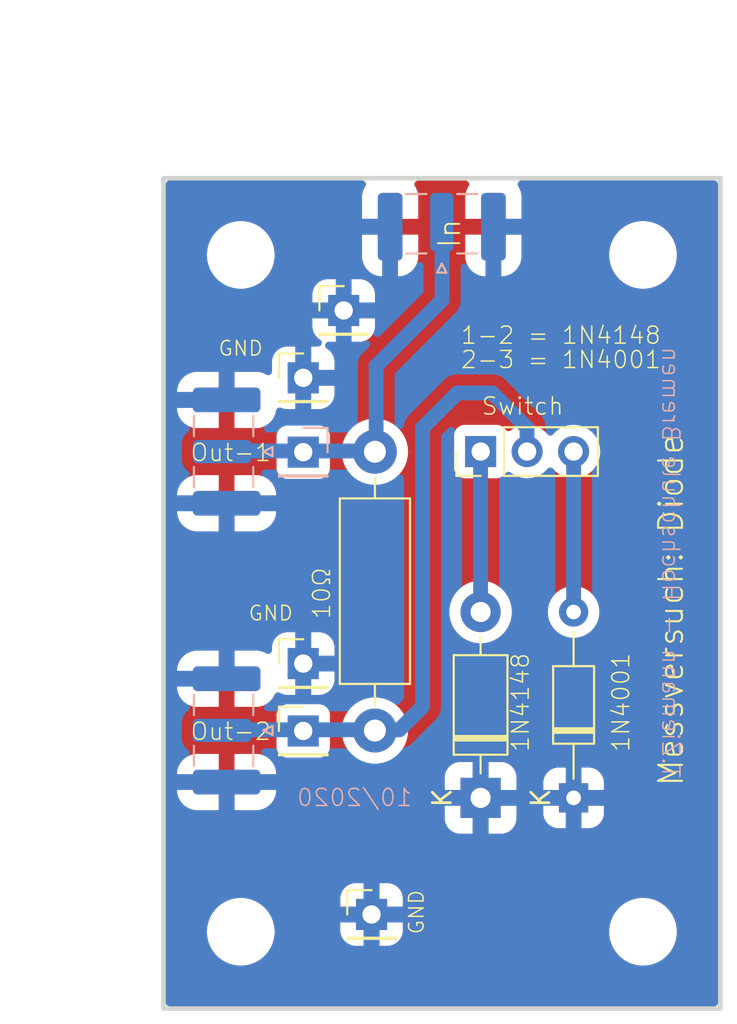
<source format=kicad_pcb>
(kicad_pcb (version 20241229) (generator "pcbnew") (generator_version "9.0")
  (title_block (title "Diode") (date "2024-11-27") (rev "1.1") (company "Hochschule Bremen") (comment 1 "University of applied science"))
  (layers (0 "F.Cu" signal) (2 "B.Cu" signal) (13 "F.Paste" user) (15 "B.Paste" user) (5 "F.SilkS" user "F.Silkscreen") (7 "B.SilkS" user "B.Silkscreen") (1 "F.Mask" user) (3 "B.Mask" user) (25 "Edge.Cuts" user))
  (net 0 "")
  (net 1 "GND")
  (net 2 "Net-(D1-A)")
  (net 3 "Net-(D2-A)")
  (net 4 "/In-1")
  (net 5 "/Out-2")
  (footprint "Diode_THT:D_DO-35_SOD27_P10.16mm_Horizontal" (layer "F.Cu") (at 155.704294 116.179203 90)
    (property "Reference" "D1" (hide yes))
    (property "Value" "1N4148")
    (fp_line (start 7.2 -1.12) (end 2.96 -1.12) (stroke (width 0.12)) (layer "F.SilkS"))
    (fp_line (start 3.8 -1.12) (end 3.8 1.12) (stroke (width 0.12)) (layer "F.SilkS"))
    (fp_line (start 3.68 -1.12) (end 3.68 1.12) (stroke (width 0.12)) (layer "F.SilkS"))
    (fp_line (start 3.56 -1.12) (end 3.56 1.12) (stroke (width 0.12)) (layer "F.SilkS"))
    (fp_line (start 2.96 -1.12) (end 2.96 1.12) (stroke (width 0.12)) (layer "F.SilkS"))
    (fp_line (start 9.12 0) (end 7.2 0) (stroke (width 0.12)) (layer "F.SilkS"))
    (fp_line (start 1.04 0) (end 2.96 0) (stroke (width 0.12)) (layer "F.SilkS"))
    (fp_line (start 7.2 1.12) (end 7.2 -1.12) (stroke (width 0.12)) (layer "F.SilkS"))
    (fp_line (start 2.96 1.12) (end 7.2 1.12) (stroke (width 0.12)) (layer "F.SilkS"))
    (fp_text user "K" (at 0 -1.8 90) (layer "F.SilkS"))
    (pad "1" thru_hole rect (at 0 0 90) (size 1.6 1.6) (drill 0.8) (layers "*.Cu" "*.Mask") (net 1 "GND"))
    (pad "2" thru_hole oval (at 10.16 0 90) (size 1.6 1.6) (drill 0.8) (layers "*.Cu" "*.Mask") (net 2 "Net-(D1-A)"))
  )
  (footprint "Connector_PinHeader_2.54mm:PinHeader_1x01_P2.54mm_Vertical" (layer "F.Cu") (at 140.917357 93.218)
    (property "Reference" "GND3" (hide yes))
    (property "Value" "Conn_01x01_Pin")
    (fp_line (start -1.33 -1.33) (end 0 -1.33) (stroke (width 0.12)) (layer "F.SilkS"))
    (fp_line (start -1.33 0) (end -1.33 -1.33) (stroke (width 0.12)) (layer "F.SilkS"))
    (fp_line (start -1.33 1.27) (end -1.33 1.33) (stroke (width 0.12)) (layer "F.SilkS"))
    (fp_line (start -1.33 1.27) (end 1.33 1.27) (stroke (width 0.12)) (layer "F.SilkS"))
    (fp_line (start -1.33 1.33) (end 1.33 1.33) (stroke (width 0.12)) (layer "F.SilkS"))
    (fp_line (start 1.33 1.27) (end 1.33 1.33) (stroke (width 0.12)) (layer "F.SilkS"))
    (pad "1" thru_hole rect (at 0 0) (size 1.7 1.7) (drill 1) (layers "*.Cu" "*.Mask") (net 1 "GND"))
  )
  (footprint "Resistor_THT:R_Axial_DIN0411_L9.9mm_D3.6mm_P15.24mm_Horizontal" (layer "F.Cu") (at 144.836357 97.26 -90)
    (property "Reference" "R1" (hide yes))
    (property "Value" "10 Ohm")
    (fp_line (start 2.55 1.92) (end 12.69 1.92) (stroke (width 0.12)) (layer "F.SilkS"))
    (fp_line (start 12.69 1.92) (end 12.69 -1.92) (stroke (width 0.12)) (layer "F.SilkS"))
    (fp_line (start 1.44 0) (end 2.55 0) (stroke (width 0.12)) (layer "F.SilkS"))
    (fp_line (start 13.8 0) (end 12.69 0) (stroke (width 0.12)) (layer "F.SilkS"))
    (fp_line (start 2.55 -1.92) (end 2.55 1.92) (stroke (width 0.12)) (layer "F.SilkS"))
    (fp_line (start 12.69 -1.92) (end 2.55 -1.92) (stroke (width 0.12)) (layer "F.SilkS"))
    (pad "1" thru_hole circle (at 0 0 270) (size 2.4 2.4) (drill 1.2) (layers "*.Cu" "*.Mask") (net 4 "/In-1"))
    (pad "2" thru_hole oval (at 15.24 0 270) (size 2.4 2.4) (drill 1.2) (layers "*.Cu" "*.Mask") (net 5 "/Out-2"))
  )
  (footprint "Connector_PinHeader_2.54mm:PinHeader_1x01_P2.54mm_Vertical" (layer "F.Cu") (at 144.653 122.555)
    (property "Reference" "GND4" (hide yes))
    (property "Value" "Conn_01x01_Pin")
    (fp_line (start -1.33 -1.33) (end 0 -1.33) (stroke (width 0.12)) (layer "F.SilkS"))
    (fp_line (start -1.33 0) (end -1.33 -1.33) (stroke (width 0.12)) (layer "F.SilkS"))
    (fp_line (start -1.33 1.27) (end -1.33 1.33) (stroke (width 0.12)) (layer "F.SilkS"))
    (fp_line (start -1.33 1.27) (end 1.33 1.27) (stroke (width 0.12)) (layer "F.SilkS"))
    (fp_line (start -1.33 1.33) (end 1.33 1.33) (stroke (width 0.12)) (layer "F.SilkS"))
    (fp_line (start 1.33 1.27) (end 1.33 1.33) (stroke (width 0.12)) (layer "F.SilkS"))
    (pad "1" thru_hole rect (at 0 0) (size 1.7 1.7) (drill 1) (layers "*.Cu" "*.Mask") (net 1 "GND"))
  )
  (footprint "Connector_PinHeader_2.54mm:PinHeader_1x03_P2.54mm_Vertical" (layer "F.Cu") (at 150.622 97.248164 90)
    (property "Reference" "Jumper1" (hide yes))
    (property "Value" "Jumper_3_Bridged12")
    (fp_line (start -1.33 -1.33) (end 0 -1.33) (stroke (width 0.12)) (layer "F.SilkS"))
    (fp_line (start -1.33 0) (end -1.33 -1.33) (stroke (width 0.12)) (layer "F.SilkS"))
    (fp_line (start 1.33 1.27) (end 1.33 6.41) (stroke (width 0.12)) (layer "F.SilkS"))
    (fp_line (start -1.33 1.27) (end 1.33 1.27) (stroke (width 0.12)) (layer "F.SilkS"))
    (fp_line (start -1.33 1.27) (end -1.33 6.41) (stroke (width 0.12)) (layer "F.SilkS"))
    (fp_line (start -1.33 6.41) (end 1.33 6.41) (stroke (width 0.12)) (layer "F.SilkS"))
    (pad "1" thru_hole rect (at 0 0 90) (size 1.7 1.7) (drill 1) (layers "*.Cu" "*.Mask") (net 3 "Net-(D2-A)"))
    (pad "2" thru_hole oval (at 0 2.54 90) (size 1.7 1.7) (drill 1) (layers "*.Cu" "*.Mask") (net 5 "/Out-2"))
    (pad "3" thru_hole oval (at 0 5.08 90) (size 1.7 1.7) (drill 1) (layers "*.Cu" "*.Mask") (net 2 "Net-(D1-A)"))
  )
  (footprint "Diode_THT:D_DO-41_SOD81_P10.16mm_Horizontal" (layer "F.Cu") (at 150.617056 116.179203 90)
    (property "Reference" "D2" (hide yes))
    (property "Value" "1N4001")
    (fp_line (start 7.8 -1.47) (end 2.36 -1.47) (stroke (width 0.12)) (layer "F.SilkS"))
    (fp_line (start 3.38 -1.47) (end 3.38 1.47) (stroke (width 0.12)) (layer "F.SilkS"))
    (fp_line (start 3.26 -1.47) (end 3.26 1.47) (stroke (width 0.12)) (layer "F.SilkS"))
    (fp_line (start 3.14 -1.47) (end 3.14 1.47) (stroke (width 0.12)) (layer "F.SilkS"))
    (fp_line (start 2.36 -1.47) (end 2.36 1.47) (stroke (width 0.12)) (layer "F.SilkS"))
    (fp_line (start 8.82 0) (end 7.8 0) (stroke (width 0.12)) (layer "F.SilkS"))
    (fp_line (start 1.34 0) (end 2.36 0) (stroke (width 0.12)) (layer "F.SilkS"))
    (fp_line (start 7.8 1.47) (end 7.8 -1.47) (stroke (width 0.12)) (layer "F.SilkS"))
    (fp_line (start 2.36 1.47) (end 7.8 1.47) (stroke (width 0.12)) (layer "F.SilkS"))
    (fp_text user "K" (at 0 -2.1 90) (layer "F.SilkS"))
    (pad "1" thru_hole rect (at 0 0 90) (size 2.2 2.2) (drill 1.1) (layers "*.Cu" "*.Mask") (net 1 "GND"))
    (pad "2" thru_hole oval (at 10.16 0 90) (size 2.2 2.2) (drill 1.1) (layers "*.Cu" "*.Mask") (net 3 "Net-(D2-A)"))
  )
  (footprint "MountingHole:MountingHole_3.2mm_M3" (layer "F.Cu") (at 137.5 86.5)
    (property "Reference" "H1" (hide yes))
    (property "Value" "MountingHole")
    (pad "" np_thru_hole circle (at 0 0) (size 3.2 3.2) (drill 3.2) (layers "*.Cu" "*.Mask"))
  )
  (footprint "Connector_PinHeader_2.54mm:PinHeader_1x01_P2.54mm_Vertical" (layer "F.Cu") (at 143.129 89.535)
    (property "Reference" "GND2" (hide yes))
    (property "Value" "Conn_01x01_Pin")
    (fp_line (start -1.33 -1.33) (end 0 -1.33) (stroke (width 0.12)) (layer "F.SilkS"))
    (fp_line (start -1.33 0) (end -1.33 -1.33) (stroke (width 0.12)) (layer "F.SilkS"))
    (fp_line (start -1.33 1.27) (end -1.33 1.33) (stroke (width 0.12)) (layer "F.SilkS"))
    (fp_line (start -1.33 1.27) (end 1.33 1.27) (stroke (width 0.12)) (layer "F.SilkS"))
    (fp_line (start -1.33 1.33) (end 1.33 1.33) (stroke (width 0.12)) (layer "F.SilkS"))
    (fp_line (start 1.33 1.27) (end 1.33 1.33) (stroke (width 0.12)) (layer "F.SilkS"))
    (pad "1" thru_hole rect (at 0 0) (size 1.7 1.7) (drill 1) (layers "*.Cu" "*.Mask") (net 1 "GND"))
  )
  (footprint "MountingHole:MountingHole_3.2mm_M3" (layer "F.Cu") (at 137.5 123.5)
    (property "Reference" "H3" (hide yes))
    (property "Value" "MountingHole")
    (pad "" np_thru_hole circle (at 0 0) (size 3.2 3.2) (drill 3.2) (layers "*.Cu" "*.Mask"))
  )
  (footprint "MountingHole:MountingHole_3.2mm_M3" (layer "F.Cu") (at 159.5 123.5)
    (property "Reference" "H4" (hide yes))
    (property "Value" "MountingHole")
    (pad "" np_thru_hole circle (at 0 0) (size 3.2 3.2) (drill 3.2) (layers "*.Cu" "*.Mask"))
  )
  (footprint "MountingHole:MountingHole_3.2mm_M3" (layer "F.Cu") (at 159.5 86.5)
    (property "Reference" "H2" (hide yes))
    (property "Value" "MountingHole")
    (pad "" np_thru_hole circle (at 0 0) (size 3.2 3.2) (drill 3.2) (layers "*.Cu" "*.Mask"))
  )
  (footprint "Connector_PinHeader_2.54mm:PinHeader_1x01_P2.54mm_Vertical" (layer "F.Cu") (at 140.917357 112.522)
    (property "Reference" "OUT-3" (hide yes))
    (property "Value" "Conn_01x01_Pin")
    (fp_line (start -1.33 -1.33) (end 0 -1.33) (stroke (width 0.12)) (layer "F.SilkS"))
    (fp_line (start -1.33 0) (end -1.33 -1.33) (stroke (width 0.12)) (layer "F.SilkS"))
    (fp_line (start -1.33 1.27) (end -1.33 1.33) (stroke (width 0.12)) (layer "F.SilkS"))
    (fp_line (start -1.33 1.27) (end 1.33 1.27) (stroke (width 0.12)) (layer "F.SilkS"))
    (fp_line (start -1.33 1.33) (end 1.33 1.33) (stroke (width 0.12)) (layer "F.SilkS"))
    (fp_line (start 1.33 1.27) (end 1.33 1.33) (stroke (width 0.12)) (layer "F.SilkS"))
    (pad "1" thru_hole rect (at 0 0) (size 1.7 1.7) (drill 1) (layers "*.Cu" "*.Mask") (net 5 "/Out-2"))
  )
  (footprint "Connector_PinHeader_2.54mm:PinHeader_1x01_P2.54mm_Vertical" (layer "F.Cu") (at 140.917357 108.839)
    (property "Reference" "GND1" (hide yes))
    (property "Value" "Conn_01x01_Pin")
    (fp_line (start -1.33 -1.33) (end 0 -1.33) (stroke (width 0.12)) (layer "F.SilkS"))
    (fp_line (start -1.33 0) (end -1.33 -1.33) (stroke (width 0.12)) (layer "F.SilkS"))
    (fp_line (start -1.33 1.27) (end -1.33 1.33) (stroke (width 0.12)) (layer "F.SilkS"))
    (fp_line (start -1.33 1.27) (end 1.33 1.27) (stroke (width 0.12)) (layer "F.SilkS"))
    (fp_line (start -1.33 1.33) (end 1.33 1.33) (stroke (width 0.12)) (layer "F.SilkS"))
    (fp_line (start 1.33 1.27) (end 1.33 1.33) (stroke (width 0.12)) (layer "F.SilkS"))
    (pad "1" thru_hole rect (at 0 0) (size 1.7 1.7) (drill 1) (layers "*.Cu" "*.Mask") (net 1 "GND"))
  )
  (footprint "Connector_Coaxial:SMA_Samtec_SMA-J-P-H-ST-EM1_EdgeMount" (layer "B.Cu") (at 148.494 84.709 90)
    (property "Reference" "IN2" (hide yes))
    (property "Value" "Conn_Coaxial")
    (fp_line (start 1.54 -0.84) (end 1.54 -1.95) (stroke (width 0.12)) (layer "B.SilkS"))
    (fp_line (start -1.71 -0.84) (end -1.71 -1.95) (stroke (width 0.12)) (layer "B.SilkS"))
    (fp_line (start -2.76 -0.25) (end -2.76 0.25) (stroke (width 0.12)) (layer "B.SilkS"))
    (fp_line (start -2.26 0) (end -2.76 -0.25) (stroke (width 0.12)) (layer "B.SilkS"))
    (fp_line (start -2.76 0.25) (end -2.26 0) (stroke (width 0.12)) (layer "B.SilkS"))
    (fp_line (start 1.54 1.95) (end 1.54 0.84) (stroke (width 0.12)) (layer "B.SilkS"))
    (fp_line (start -1.71 1.95) (end -1.71 0.84) (stroke (width 0.12)) (layer "B.SilkS"))
    (pad "1" smd roundrect (at 0 0) (size 1.27 3.2) (layers "B.Cu" "B.Mask") (roundrect_rratio 0.1968503937) (net 4 "/In-1"))
    (pad "2" smd roundrect (at -0.25 -2.825) (size 1.35 3.7) (layers "F.Cu" "F.Mask") (roundrect_rratio 0.1851851852) (net 1 "GND"))
    (pad "2" smd roundrect (at -0.25 -2.825) (size 1.35 3.7) (layers "B.Cu" "B.Mask") (roundrect_rratio 0.1851851852) (net 1 "GND"))
    (pad "2" smd roundrect (at -0.25 2.825) (size 1.35 3.7) (layers "F.Cu" "F.Mask") (roundrect_rratio 0.1851851852) (net 1 "GND"))
    (pad "2" smd roundrect (at -0.25 2.825) (size 1.35 3.7) (layers "B.Cu" "B.Mask") (roundrect_rratio 0.1851851852) (net 1 "GND"))
  )
  (footprint "Connector_Coaxial:SMA_Samtec_SMA-J-P-H-ST-EM1_EdgeMount" (layer "B.Cu") (at 136.476357 112.491 180)
    (property "Reference" "OUT-4" (hide yes))
    (property "Value" "Conn_Coaxial")
    (fp_line (start 1.54 1.95) (end 1.54 0.84) (stroke (width 0.12)) (layer "B.SilkS"))
    (fp_line (start 1.54 -0.84) (end 1.54 -1.95) (stroke (width 0.12)) (layer "B.SilkS"))
    (fp_line (start -1.71 1.95) (end -1.71 0.84) (stroke (width 0.12)) (layer "B.SilkS"))
    (fp_line (start -1.71 -0.84) (end -1.71 -1.95) (stroke (width 0.12)) (layer "B.SilkS"))
    (fp_line (start -2.26 0) (end -2.76 -0.25) (stroke (width 0.12)) (layer "B.SilkS"))
    (fp_line (start -2.76 0.25) (end -2.26 0) (stroke (width 0.12)) (layer "B.SilkS"))
    (fp_line (start -2.76 -0.25) (end -2.76 0.25) (stroke (width 0.12)) (layer "B.SilkS"))
    (pad "1" smd roundrect (at 0 0 90) (size 1.27 3.2) (layers "B.Cu" "B.Mask") (roundrect_rratio 0.1968503937) (net 5 "/Out-2"))
    (pad "2" smd roundrect (at -0.25 -2.825 90) (size 1.35 3.7) (layers "F.Cu" "F.Mask") (roundrect_rratio 0.1851851852) (net 1 "GND"))
    (pad "2" smd roundrect (at -0.25 -2.825 90) (size 1.35 3.7) (layers "B.Cu" "B.Mask") (roundrect_rratio 0.1851851852) (net 1 "GND"))
    (pad "2" smd roundrect (at -0.25 2.825 90) (size 1.35 3.7) (layers "F.Cu" "F.Mask") (roundrect_rratio 0.1851851852) (net 1 "GND"))
    (pad "2" smd roundrect (at -0.25 2.825 90) (size 1.35 3.7) (layers "B.Cu" "B.Mask") (roundrect_rratio 0.1851851852) (net 1 "GND"))
  )
  (footprint "Connector_Coaxial:SMA_Samtec_SMA-J-P-H-ST-EM1_EdgeMount" (layer "B.Cu") (at 136.476357 97.251 180)
    (property "Reference" "OUT-2" (hide yes))
    (property "Value" "Conn_Coaxial" (hide yes))
    (fp_line (start 1.54 1.95) (end 1.54 0.84) (stroke (width 0.12)) (layer "B.SilkS"))
    (fp_line (start 1.54 -0.84) (end 1.54 -1.95) (stroke (width 0.12)) (layer "B.SilkS"))
    (fp_line (start -1.71 1.95) (end -1.71 0.84) (stroke (width 0.12)) (layer "B.SilkS"))
    (fp_line (start -1.71 -0.84) (end -1.71 -1.95) (stroke (width 0.12)) (layer "B.SilkS"))
    (fp_line (start -2.26 0) (end -2.76 -0.25) (stroke (width 0.12)) (layer "B.SilkS"))
    (fp_line (start -2.76 0.25) (end -2.26 0) (stroke (width 0.12)) (layer "B.SilkS"))
    (fp_line (start -2.76 -0.25) (end -2.76 0.25) (stroke (width 0.12)) (layer "B.SilkS"))
    (pad "1" smd roundrect (at 0 0 90) (size 1.27 3.2) (layers "B.Cu" "B.Mask") (roundrect_rratio 0.1968503937) (net 4 "/In-1"))
    (pad "2" smd roundrect (at -0.25 -2.825 90) (size 1.35 3.7) (layers "F.Cu" "F.Mask") (roundrect_rratio 0.1851851852) (net 1 "GND"))
    (pad "2" smd roundrect (at -0.25 -2.825 90) (size 1.35 3.7) (layers "B.Cu" "B.Mask") (roundrect_rratio 0.1851851852) (net 1 "GND"))
    (pad "2" smd roundrect (at -0.25 2.825 90) (size 1.35 3.7) (layers "F.Cu" "F.Mask") (roundrect_rratio 0.1851851852) (net 1 "GND"))
    (pad "2" smd roundrect (at -0.25 2.825 90) (size 1.35 3.7) (layers "B.Cu" "B.Mask") (roundrect_rratio 0.1851851852) (net 1 "GND"))
  )
  (footprint "Connector_PinHeader_2.54mm:PinHeader_1x01_P2.54mm_Vertical" (layer "B.Cu") (at 140.917357 97.282 180)
    (property "Reference" "OUT-1" (hide yes))
    (property "Value" "Conn_01x01_Pin")
    (fp_line (start 1.33 -1.27) (end -1.33 -1.27) (stroke (width 0.12)) (layer "B.SilkS"))
    (fp_line (start 1.33 -1.33) (end 1.33 -1.27) (stroke (width 0.12)) (layer "B.SilkS"))
    (fp_line (start 1.33 -1.33) (end -1.33 -1.33) (stroke (width 0.12)) (layer "B.SilkS"))
    (fp_line (start 0 1.33) (end -1.33 1.33) (stroke (width 0.12)) (layer "B.SilkS"))
    (fp_line (start -1.33 1.33) (end -1.33 0) (stroke (width 0.12)) (layer "B.SilkS"))
    (fp_line (start -1.33 -1.33) (end -1.33 -1.27) (stroke (width 0.12)) (layer "B.SilkS"))
    (pad "1" thru_hole rect (at 0 0 180) (size 1.7 1.7) (drill 1) (layers "*.Cu" "*.Mask") (net 4 "/In-1"))
  )
  (gr_line (start 133.2711 127.6986) (end 163.7311 127.6986) (stroke (width 0.254)) (layer "Edge.Cuts"))
  (gr_line (start 133.2711 82.3086) (end 133.2711 127.6986) (stroke (width 0.254)) (layer "Edge.Cuts"))
  (gr_line (start 163.7311 82.3086) (end 133.2711 82.3086) (stroke (width 0.254)) (layer "Edge.Cuts"))
  (gr_line (start 163.7311 127.6986) (end 163.7311 82.3086) (stroke (width 0.254)) (layer "Edge.Cuts"))
  (gr_text "GND" (at 136.223301 92.075 0) (layer "F.SilkS") (effects (font (size 0.8 0.8) (thickness 0.08128)) (justify left bottom)))
  (gr_text "GND" (at 147.574 123.698 90) (layer "F.SilkS") (effects (font (size 0.8 0.8) (thickness 0.08128)) (justify left bottom)))
  (gr_text "GND" (at 137.869357 106.553 0) (layer "F.SilkS") (effects (font (size 0.8 0.8) (thickness 0.08128)) (justify left bottom)))
  (gr_text "Out-2" (at 134.694357 113.0936 0) (layer "F.SilkS") (effects (font (size 0.93472 0.93472) (thickness 0.08128)) (justify left bottom)))
  (gr_text "Switch" (at 150.617457 95.3136 0) (layer "F.SilkS") (effects (font (size 0.93472 0.93472) (thickness 0.08128)) (justify left bottom)))
  (gr_text "2-3 = 1N4001" (at 149.479401 92.7736 0) (layer "F.SilkS") (effects (font (size 0.93472 0.93472) (thickness 0.08128)) (justify left bottom)))
  (gr_text "1-2 = 1N4148" (at 149.479 91.44 0) (layer "F.SilkS") (effects (font (size 0.93472 0.93472) (thickness 0.08128)) (justify left bottom)))
  (gr_text "1N4001" (at 158.836357 113.7286 90) (layer "F.SilkS") (effects (font (size 0.93472 0.93472) (thickness 0.08128)) (justify left bottom)))
  (gr_text "Messversuch: Diode" (at 161.798401 115.6336 90) (layer "F.SilkS") (effects (font (size 1.308608 1.308608) (thickness 0.113792)) (justify left bottom)))
  (gr_text "1N4148" (at 153.336357 113.7286 90) (layer "F.SilkS") (effects (font (size 0.93472 0.93472) (thickness 0.08128)) (justify left bottom)))
  (gr_text "Out-1" (at 134.694357 97.8536 0) (layer "F.SilkS") (effects (font (size 0.93472 0.93472) (thickness 0.08128)) (justify left bottom)))
  (gr_text "In" (at 149.599744 86.203225 90) (layer "F.SilkS") (effects (font (size 1.1684 1.1684) (thickness 0.1016)) (justify left bottom)))
  (gr_text "10Ω" (at 142.471372 106.474167 90) (layer "F.SilkS") (effects (font (size 0.93472 0.93472) (thickness 0.08128)) (justify left bottom)))
  (gr_text "10/2020" (at 146.939 116.713 0) (layer "B.SilkS") (effects (font (size 0.93472 0.93472) (thickness 0.08128)) (justify left bottom mirror)))
  (gr_text "T.Ziemann - Hochschule Bremen" (at 160.467185 115.151051 270) (layer "B.SilkS") (effects (font (size 0.93472 0.93472) (thickness 0.08128)) (justify left bottom mirror)))
  (segment (start 155.704294 106.019203) (end 155.704294 97.250458) (width 0.8128) (layer "B.Cu") (net 2))
  (segment (start 150.617056 106.019203) (end 150.617056 97.253108) (width 0.8128) (layer "B.Cu") (net 3))
  (segment (start 144.902457 92.572243) (end 148.5111 88.9636) (width 0.8128) (layer "B.Cu") (net 4))
  (segment (start 148.5111 88.9636) (end 148.5111 85.814) (width 0.8128) (layer "B.Cu") (net 4))
  (segment (start 144.902457 97.2186) (end 144.902457 92.572243) (width 0.8128) (layer "B.Cu") (net 4))
  (segment (start 137.942857 97.2186) (end 144.902457 97.2186) (width 0.8128) (layer "B.Cu") (net 4))
  (segment (start 145.537457 112.4586) (end 146.172457 112.4586) (width 0.8128) (layer "B.Cu") (net 5))
  (segment (start 147.442457 111.1886) (end 147.442457 95.9486) (width 0.8128) (layer "B.Cu") (net 5))
  (segment (start 141.727457 112.4586) (end 144.902457 112.4586) (width 0.8128) (layer "B.Cu") (net 5))
  (segment (start 151.252457 94.0436) (end 153.157457 95.9486) (width 0.8128) (layer "B.Cu") (net 5))
  (segment (start 147.442457 95.9486) (end 149.347457 94.0436) (width 0.8128) (layer "B.Cu") (net 5))
  (segment (start 141.727457 112.4586) (end 145.537457 112.4586) (width 0.4064) (layer "B.Cu") (net 5))
  (segment (start 146.172457 112.4586) (end 147.442457 111.1886) (width 0.8128) (layer "B.Cu") (net 5))
  (segment (start 149.347457 94.0436) (end 151.252457 94.0436) (width 0.8128) (layer "B.Cu") (net 5))
  (segment (start 137.942857 112.4586) (end 141.727457 112.4586) (width 0.8128) (layer "B.Cu") (net 5))
  (segment (start 153.157457 95.9486) (end 153.157457 97.2186) (width 0.8128) (layer "B.Cu") (net 5))
  (zone (net 1) (net_name "GND") (layers "F.Cu" "B.Cu") (priority 6) (connect_pads (clearance 0.6096)) (min_thickness 0.4064) (fill yes (thermal_gap 0.8628) (thermal_bridge_width 0.8628))
    (polygon (pts (xy 163.7765 128.105) (xy 132.8647 128.105) (xy 132.8647 81.5722) (xy 163.7765 81.5722)))
  )
  (zone (net 1) (net_name "GND") (layer "B.Cu") (priority 6) (connect_pads (clearance 0.6096)) (min_thickness 0.4064) (fill yes (thermal_gap 0.8628) (thermal_bridge_width 0.8628))
    (polygon (pts (xy 163.6495 127.597) (xy 133.2457 127.597) (xy 133.2457 82.3342) (xy 163.6495 82.3342)))
  )
)
</source>
